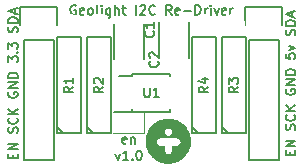
<source format=gto>
G04 #@! TF.FileFunction,Legend,Top*
%FSLAX46Y46*%
G04 Gerber Fmt 4.6, Leading zero omitted, Abs format (unit mm)*
G04 Created by KiCad (PCBNEW 4.0.2-stable) date Monday, April 10, 2017 'pmt' 04:49:55 pm*
%MOMM*%
G01*
G04 APERTURE LIST*
%ADD10C,0.100000*%
%ADD11C,0.152400*%
%ADD12C,0.150000*%
%ADD13C,0.010000*%
%ADD14R,1.700000X1.700000*%
%ADD15C,1.700000*%
%ADD16R,1.365200X1.670000*%
%ADD17R,2.432000X2.127200*%
%ADD18O,2.432000X2.127200*%
%ADD19C,1.924000*%
%ADD20R,1.500000X0.800000*%
G04 APERTURE END LIST*
D10*
D11*
X146177143Y-111207571D02*
X146367619Y-111740905D01*
X146558095Y-111207571D01*
X147281905Y-111740905D02*
X146824762Y-111740905D01*
X147053333Y-111740905D02*
X147053333Y-110940905D01*
X146977143Y-111055190D01*
X146900952Y-111131381D01*
X146824762Y-111169476D01*
X147624762Y-111664714D02*
X147662857Y-111702810D01*
X147624762Y-111740905D01*
X147586667Y-111702810D01*
X147624762Y-111664714D01*
X147624762Y-111740905D01*
X148158095Y-110940905D02*
X148234286Y-110940905D01*
X148310476Y-110979000D01*
X148348571Y-111017095D01*
X148386667Y-111093286D01*
X148424762Y-111245667D01*
X148424762Y-111436143D01*
X148386667Y-111588524D01*
X148348571Y-111664714D01*
X148310476Y-111702810D01*
X148234286Y-111740905D01*
X148158095Y-111740905D01*
X148081905Y-111702810D01*
X148043809Y-111664714D01*
X148005714Y-111588524D01*
X147967619Y-111436143D01*
X147967619Y-111245667D01*
X148005714Y-111093286D01*
X148043809Y-111017095D01*
X148081905Y-110979000D01*
X148158095Y-110940905D01*
X142825000Y-98660000D02*
X142748809Y-98621905D01*
X142634524Y-98621905D01*
X142520238Y-98660000D01*
X142444047Y-98736190D01*
X142405952Y-98812381D01*
X142367857Y-98964762D01*
X142367857Y-99079048D01*
X142405952Y-99231429D01*
X142444047Y-99307619D01*
X142520238Y-99383810D01*
X142634524Y-99421905D01*
X142710714Y-99421905D01*
X142825000Y-99383810D01*
X142863095Y-99345714D01*
X142863095Y-99079048D01*
X142710714Y-99079048D01*
X143510714Y-99383810D02*
X143434524Y-99421905D01*
X143282143Y-99421905D01*
X143205952Y-99383810D01*
X143167857Y-99307619D01*
X143167857Y-99002857D01*
X143205952Y-98926667D01*
X143282143Y-98888571D01*
X143434524Y-98888571D01*
X143510714Y-98926667D01*
X143548809Y-99002857D01*
X143548809Y-99079048D01*
X143167857Y-99155238D01*
X144005952Y-99421905D02*
X143929761Y-99383810D01*
X143891666Y-99345714D01*
X143853571Y-99269524D01*
X143853571Y-99040952D01*
X143891666Y-98964762D01*
X143929761Y-98926667D01*
X144005952Y-98888571D01*
X144120238Y-98888571D01*
X144196428Y-98926667D01*
X144234523Y-98964762D01*
X144272619Y-99040952D01*
X144272619Y-99269524D01*
X144234523Y-99345714D01*
X144196428Y-99383810D01*
X144120238Y-99421905D01*
X144005952Y-99421905D01*
X144729762Y-99421905D02*
X144653571Y-99383810D01*
X144615476Y-99307619D01*
X144615476Y-98621905D01*
X145034524Y-99421905D02*
X145034524Y-98888571D01*
X145034524Y-98621905D02*
X144996429Y-98660000D01*
X145034524Y-98698095D01*
X145072619Y-98660000D01*
X145034524Y-98621905D01*
X145034524Y-98698095D01*
X145758333Y-98888571D02*
X145758333Y-99536190D01*
X145720238Y-99612381D01*
X145682143Y-99650476D01*
X145605952Y-99688571D01*
X145491667Y-99688571D01*
X145415476Y-99650476D01*
X145758333Y-99383810D02*
X145682143Y-99421905D01*
X145529762Y-99421905D01*
X145453571Y-99383810D01*
X145415476Y-99345714D01*
X145377381Y-99269524D01*
X145377381Y-99040952D01*
X145415476Y-98964762D01*
X145453571Y-98926667D01*
X145529762Y-98888571D01*
X145682143Y-98888571D01*
X145758333Y-98926667D01*
X146139286Y-99421905D02*
X146139286Y-98621905D01*
X146482143Y-99421905D02*
X146482143Y-99002857D01*
X146444048Y-98926667D01*
X146367858Y-98888571D01*
X146253572Y-98888571D01*
X146177381Y-98926667D01*
X146139286Y-98964762D01*
X146748810Y-98888571D02*
X147053572Y-98888571D01*
X146863096Y-98621905D02*
X146863096Y-99307619D01*
X146901191Y-99383810D01*
X146977382Y-99421905D01*
X147053572Y-99421905D01*
X147929763Y-99421905D02*
X147929763Y-98621905D01*
X148272620Y-98698095D02*
X148310715Y-98660000D01*
X148386906Y-98621905D01*
X148577382Y-98621905D01*
X148653572Y-98660000D01*
X148691668Y-98698095D01*
X148729763Y-98774286D01*
X148729763Y-98850476D01*
X148691668Y-98964762D01*
X148234525Y-99421905D01*
X148729763Y-99421905D01*
X149529763Y-99345714D02*
X149491668Y-99383810D01*
X149377382Y-99421905D01*
X149301192Y-99421905D01*
X149186906Y-99383810D01*
X149110715Y-99307619D01*
X149072620Y-99231429D01*
X149034525Y-99079048D01*
X149034525Y-98964762D01*
X149072620Y-98812381D01*
X149110715Y-98736190D01*
X149186906Y-98660000D01*
X149301192Y-98621905D01*
X149377382Y-98621905D01*
X149491668Y-98660000D01*
X149529763Y-98698095D01*
X150939287Y-99421905D02*
X150672620Y-99040952D01*
X150482144Y-99421905D02*
X150482144Y-98621905D01*
X150786906Y-98621905D01*
X150863097Y-98660000D01*
X150901192Y-98698095D01*
X150939287Y-98774286D01*
X150939287Y-98888571D01*
X150901192Y-98964762D01*
X150863097Y-99002857D01*
X150786906Y-99040952D01*
X150482144Y-99040952D01*
X151586906Y-99383810D02*
X151510716Y-99421905D01*
X151358335Y-99421905D01*
X151282144Y-99383810D01*
X151244049Y-99307619D01*
X151244049Y-99002857D01*
X151282144Y-98926667D01*
X151358335Y-98888571D01*
X151510716Y-98888571D01*
X151586906Y-98926667D01*
X151625001Y-99002857D01*
X151625001Y-99079048D01*
X151244049Y-99155238D01*
X151967858Y-99117143D02*
X152577382Y-99117143D01*
X152958334Y-99421905D02*
X152958334Y-98621905D01*
X153148810Y-98621905D01*
X153263096Y-98660000D01*
X153339287Y-98736190D01*
X153377382Y-98812381D01*
X153415477Y-98964762D01*
X153415477Y-99079048D01*
X153377382Y-99231429D01*
X153339287Y-99307619D01*
X153263096Y-99383810D01*
X153148810Y-99421905D01*
X152958334Y-99421905D01*
X153758334Y-99421905D02*
X153758334Y-98888571D01*
X153758334Y-99040952D02*
X153796429Y-98964762D01*
X153834525Y-98926667D01*
X153910715Y-98888571D01*
X153986906Y-98888571D01*
X154253572Y-99421905D02*
X154253572Y-98888571D01*
X154253572Y-98621905D02*
X154215477Y-98660000D01*
X154253572Y-98698095D01*
X154291667Y-98660000D01*
X154253572Y-98621905D01*
X154253572Y-98698095D01*
X154558334Y-98888571D02*
X154748810Y-99421905D01*
X154939286Y-98888571D01*
X155548810Y-99383810D02*
X155472620Y-99421905D01*
X155320239Y-99421905D01*
X155244048Y-99383810D01*
X155205953Y-99307619D01*
X155205953Y-99002857D01*
X155244048Y-98926667D01*
X155320239Y-98888571D01*
X155472620Y-98888571D01*
X155548810Y-98926667D01*
X155586905Y-99002857D01*
X155586905Y-99079048D01*
X155205953Y-99155238D01*
X155929762Y-99421905D02*
X155929762Y-98888571D01*
X155929762Y-99040952D02*
X155967857Y-98964762D01*
X156005953Y-98926667D01*
X156082143Y-98888571D01*
X156158334Y-98888571D01*
X160978857Y-111302048D02*
X160978857Y-111035381D01*
X161397905Y-110921095D02*
X161397905Y-111302048D01*
X160597905Y-111302048D01*
X160597905Y-110921095D01*
X161397905Y-110578238D02*
X160597905Y-110578238D01*
X161397905Y-110121095D01*
X160597905Y-110121095D01*
X161359810Y-109168714D02*
X161397905Y-109054428D01*
X161397905Y-108863952D01*
X161359810Y-108787762D01*
X161321714Y-108749666D01*
X161245524Y-108711571D01*
X161169333Y-108711571D01*
X161093143Y-108749666D01*
X161055048Y-108787762D01*
X161016952Y-108863952D01*
X160978857Y-109016333D01*
X160940762Y-109092524D01*
X160902667Y-109130619D01*
X160826476Y-109168714D01*
X160750286Y-109168714D01*
X160674095Y-109130619D01*
X160636000Y-109092524D01*
X160597905Y-109016333D01*
X160597905Y-108825857D01*
X160636000Y-108711571D01*
X161321714Y-107911571D02*
X161359810Y-107949666D01*
X161397905Y-108063952D01*
X161397905Y-108140142D01*
X161359810Y-108254428D01*
X161283619Y-108330619D01*
X161207429Y-108368714D01*
X161055048Y-108406809D01*
X160940762Y-108406809D01*
X160788381Y-108368714D01*
X160712190Y-108330619D01*
X160636000Y-108254428D01*
X160597905Y-108140142D01*
X160597905Y-108063952D01*
X160636000Y-107949666D01*
X160674095Y-107911571D01*
X161397905Y-107568714D02*
X160597905Y-107568714D01*
X161397905Y-107111571D02*
X160940762Y-107454428D01*
X160597905Y-107111571D02*
X161055048Y-107568714D01*
X160636000Y-105740142D02*
X160597905Y-105816333D01*
X160597905Y-105930618D01*
X160636000Y-106044904D01*
X160712190Y-106121095D01*
X160788381Y-106159190D01*
X160940762Y-106197285D01*
X161055048Y-106197285D01*
X161207429Y-106159190D01*
X161283619Y-106121095D01*
X161359810Y-106044904D01*
X161397905Y-105930618D01*
X161397905Y-105854428D01*
X161359810Y-105740142D01*
X161321714Y-105702047D01*
X161055048Y-105702047D01*
X161055048Y-105854428D01*
X161397905Y-105359190D02*
X160597905Y-105359190D01*
X161397905Y-104902047D01*
X160597905Y-104902047D01*
X161397905Y-104521095D02*
X160597905Y-104521095D01*
X160597905Y-104330619D01*
X160636000Y-104216333D01*
X160712190Y-104140142D01*
X160788381Y-104102047D01*
X160940762Y-104063952D01*
X161055048Y-104063952D01*
X161207429Y-104102047D01*
X161283619Y-104140142D01*
X161359810Y-104216333D01*
X161397905Y-104330619D01*
X161397905Y-104521095D01*
X160597905Y-102730618D02*
X160597905Y-103111571D01*
X160978857Y-103149666D01*
X160940762Y-103111571D01*
X160902667Y-103035380D01*
X160902667Y-102844904D01*
X160940762Y-102768714D01*
X160978857Y-102730618D01*
X161055048Y-102692523D01*
X161245524Y-102692523D01*
X161321714Y-102730618D01*
X161359810Y-102768714D01*
X161397905Y-102844904D01*
X161397905Y-103035380D01*
X161359810Y-103111571D01*
X161321714Y-103149666D01*
X160864571Y-102425856D02*
X161397905Y-102235380D01*
X160864571Y-102044904D01*
X161359810Y-101168713D02*
X161397905Y-101054427D01*
X161397905Y-100863951D01*
X161359810Y-100787761D01*
X161321714Y-100749665D01*
X161245524Y-100711570D01*
X161169333Y-100711570D01*
X161093143Y-100749665D01*
X161055048Y-100787761D01*
X161016952Y-100863951D01*
X160978857Y-101016332D01*
X160940762Y-101092523D01*
X160902667Y-101130618D01*
X160826476Y-101168713D01*
X160750286Y-101168713D01*
X160674095Y-101130618D01*
X160636000Y-101092523D01*
X160597905Y-101016332D01*
X160597905Y-100825856D01*
X160636000Y-100711570D01*
X161397905Y-100368713D02*
X160597905Y-100368713D01*
X160597905Y-100178237D01*
X160636000Y-100063951D01*
X160712190Y-99987760D01*
X160788381Y-99949665D01*
X160940762Y-99911570D01*
X161055048Y-99911570D01*
X161207429Y-99949665D01*
X161283619Y-99987760D01*
X161359810Y-100063951D01*
X161397905Y-100178237D01*
X161397905Y-100368713D01*
X161169333Y-99606808D02*
X161169333Y-99225856D01*
X161397905Y-99682999D02*
X160597905Y-99416332D01*
X161397905Y-99149665D01*
X137483857Y-111568715D02*
X137483857Y-111302048D01*
X137902905Y-111187762D02*
X137902905Y-111568715D01*
X137102905Y-111568715D01*
X137102905Y-111187762D01*
X137902905Y-110844905D02*
X137102905Y-110844905D01*
X137902905Y-110387762D01*
X137102905Y-110387762D01*
X137864810Y-109435381D02*
X137902905Y-109321095D01*
X137902905Y-109130619D01*
X137864810Y-109054429D01*
X137826714Y-109016333D01*
X137750524Y-108978238D01*
X137674333Y-108978238D01*
X137598143Y-109016333D01*
X137560048Y-109054429D01*
X137521952Y-109130619D01*
X137483857Y-109283000D01*
X137445762Y-109359191D01*
X137407667Y-109397286D01*
X137331476Y-109435381D01*
X137255286Y-109435381D01*
X137179095Y-109397286D01*
X137141000Y-109359191D01*
X137102905Y-109283000D01*
X137102905Y-109092524D01*
X137141000Y-108978238D01*
X137826714Y-108178238D02*
X137864810Y-108216333D01*
X137902905Y-108330619D01*
X137902905Y-108406809D01*
X137864810Y-108521095D01*
X137788619Y-108597286D01*
X137712429Y-108635381D01*
X137560048Y-108673476D01*
X137445762Y-108673476D01*
X137293381Y-108635381D01*
X137217190Y-108597286D01*
X137141000Y-108521095D01*
X137102905Y-108406809D01*
X137102905Y-108330619D01*
X137141000Y-108216333D01*
X137179095Y-108178238D01*
X137902905Y-107835381D02*
X137102905Y-107835381D01*
X137902905Y-107378238D02*
X137445762Y-107721095D01*
X137102905Y-107378238D02*
X137560048Y-107835381D01*
X137141000Y-106006809D02*
X137102905Y-106083000D01*
X137102905Y-106197285D01*
X137141000Y-106311571D01*
X137217190Y-106387762D01*
X137293381Y-106425857D01*
X137445762Y-106463952D01*
X137560048Y-106463952D01*
X137712429Y-106425857D01*
X137788619Y-106387762D01*
X137864810Y-106311571D01*
X137902905Y-106197285D01*
X137902905Y-106121095D01*
X137864810Y-106006809D01*
X137826714Y-105968714D01*
X137560048Y-105968714D01*
X137560048Y-106121095D01*
X137902905Y-105625857D02*
X137102905Y-105625857D01*
X137902905Y-105168714D01*
X137102905Y-105168714D01*
X137902905Y-104787762D02*
X137102905Y-104787762D01*
X137102905Y-104597286D01*
X137141000Y-104483000D01*
X137217190Y-104406809D01*
X137293381Y-104368714D01*
X137445762Y-104330619D01*
X137560048Y-104330619D01*
X137712429Y-104368714D01*
X137788619Y-104406809D01*
X137864810Y-104483000D01*
X137902905Y-104597286D01*
X137902905Y-104787762D01*
X137102905Y-103454428D02*
X137102905Y-102959190D01*
X137407667Y-103225857D01*
X137407667Y-103111571D01*
X137445762Y-103035381D01*
X137483857Y-102997285D01*
X137560048Y-102959190D01*
X137750524Y-102959190D01*
X137826714Y-102997285D01*
X137864810Y-103035381D01*
X137902905Y-103111571D01*
X137902905Y-103340143D01*
X137864810Y-103416333D01*
X137826714Y-103454428D01*
X137826714Y-102616333D02*
X137864810Y-102578238D01*
X137902905Y-102616333D01*
X137864810Y-102654428D01*
X137826714Y-102616333D01*
X137902905Y-102616333D01*
X137102905Y-102311571D02*
X137102905Y-101816333D01*
X137407667Y-102083000D01*
X137407667Y-101968714D01*
X137445762Y-101892524D01*
X137483857Y-101854428D01*
X137560048Y-101816333D01*
X137750524Y-101816333D01*
X137826714Y-101854428D01*
X137864810Y-101892524D01*
X137902905Y-101968714D01*
X137902905Y-102197286D01*
X137864810Y-102273476D01*
X137826714Y-102311571D01*
X137864810Y-100902047D02*
X137902905Y-100787761D01*
X137902905Y-100597285D01*
X137864810Y-100521095D01*
X137826714Y-100482999D01*
X137750524Y-100444904D01*
X137674333Y-100444904D01*
X137598143Y-100482999D01*
X137560048Y-100521095D01*
X137521952Y-100597285D01*
X137483857Y-100749666D01*
X137445762Y-100825857D01*
X137407667Y-100863952D01*
X137331476Y-100902047D01*
X137255286Y-100902047D01*
X137179095Y-100863952D01*
X137141000Y-100825857D01*
X137102905Y-100749666D01*
X137102905Y-100559190D01*
X137141000Y-100444904D01*
X137902905Y-100102047D02*
X137102905Y-100102047D01*
X137102905Y-99911571D01*
X137141000Y-99797285D01*
X137217190Y-99721094D01*
X137293381Y-99682999D01*
X137445762Y-99644904D01*
X137560048Y-99644904D01*
X137712429Y-99682999D01*
X137788619Y-99721094D01*
X137864810Y-99797285D01*
X137902905Y-99911571D01*
X137902905Y-100102047D01*
X137674333Y-99340142D02*
X137674333Y-98959190D01*
X137902905Y-99416333D02*
X137102905Y-99149666D01*
X137902905Y-98882999D01*
D12*
X146070000Y-103207000D02*
X146070000Y-100207000D01*
X148570000Y-100207000D02*
X148570000Y-103207000D01*
X149880000Y-103080000D02*
X149880000Y-100080000D01*
X152380000Y-100080000D02*
X152380000Y-103080000D01*
X146050000Y-109474000D02*
X148590000Y-109474000D01*
X148590000Y-107696000D02*
X146050000Y-107696000D01*
X148590000Y-107696000D02*
X148590000Y-109474000D01*
X146050000Y-109474000D02*
X146050000Y-107696000D01*
X138150000Y-100330000D02*
X138150000Y-98780000D01*
X138150000Y-98780000D02*
X141250000Y-98780000D01*
X141250000Y-98780000D02*
X141250000Y-100330000D01*
X140970000Y-101600000D02*
X140970000Y-111760000D01*
X140970000Y-111760000D02*
X138430000Y-111760000D01*
X138430000Y-111760000D02*
X138430000Y-101600000D01*
X140970000Y-101600000D02*
X138430000Y-101600000D01*
X142240000Y-110490000D02*
X142240000Y-109474000D01*
X142240000Y-109474000D02*
X141224000Y-109474000D01*
X141224000Y-109474000D02*
X141224000Y-101346000D01*
X141224000Y-101346000D02*
X143256000Y-101346000D01*
X143256000Y-101346000D02*
X143256000Y-109474000D01*
X143256000Y-109474000D02*
X142240000Y-109474000D01*
X141732000Y-109474000D02*
X141224000Y-108966000D01*
X142240000Y-100330000D02*
X142240000Y-101346000D01*
X144780000Y-110490000D02*
X144780000Y-109474000D01*
X144780000Y-109474000D02*
X143764000Y-109474000D01*
X143764000Y-109474000D02*
X143764000Y-101346000D01*
X143764000Y-101346000D02*
X145796000Y-101346000D01*
X145796000Y-101346000D02*
X145796000Y-109474000D01*
X145796000Y-109474000D02*
X144780000Y-109474000D01*
X144272000Y-109474000D02*
X143764000Y-108966000D01*
X144780000Y-100330000D02*
X144780000Y-101346000D01*
X156210000Y-110490000D02*
X156210000Y-109474000D01*
X156210000Y-109474000D02*
X155194000Y-109474000D01*
X155194000Y-109474000D02*
X155194000Y-101346000D01*
X155194000Y-101346000D02*
X157226000Y-101346000D01*
X157226000Y-101346000D02*
X157226000Y-109474000D01*
X157226000Y-109474000D02*
X156210000Y-109474000D01*
X155702000Y-109474000D02*
X155194000Y-108966000D01*
X156210000Y-100330000D02*
X156210000Y-101346000D01*
X153670000Y-110490000D02*
X153670000Y-109474000D01*
X153670000Y-109474000D02*
X152654000Y-109474000D01*
X152654000Y-109474000D02*
X152654000Y-101346000D01*
X152654000Y-101346000D02*
X154686000Y-101346000D01*
X154686000Y-101346000D02*
X154686000Y-109474000D01*
X154686000Y-109474000D02*
X153670000Y-109474000D01*
X153162000Y-109474000D02*
X152654000Y-108966000D01*
X153670000Y-100330000D02*
X153670000Y-101346000D01*
X147600000Y-104420000D02*
X147600000Y-104645000D01*
X150850000Y-104420000D02*
X150850000Y-104645000D01*
X150850000Y-107670000D02*
X150850000Y-107445000D01*
X147600000Y-107670000D02*
X147600000Y-107445000D01*
X147600000Y-104420000D02*
X150850000Y-104420000D01*
X147600000Y-107670000D02*
X150850000Y-107670000D01*
X147600000Y-104645000D02*
X146525000Y-104645000D01*
X157480000Y-101600000D02*
X157480000Y-111760000D01*
X157480000Y-111760000D02*
X160020000Y-111760000D01*
X160020000Y-111760000D02*
X160020000Y-101600000D01*
X157200000Y-98780000D02*
X157200000Y-100330000D01*
X157480000Y-101600000D02*
X160020000Y-101600000D01*
X160300000Y-100330000D02*
X160300000Y-98780000D01*
X160300000Y-98780000D02*
X157200000Y-98780000D01*
D13*
G36*
X150653768Y-108234699D02*
X150695178Y-108235307D01*
X150734288Y-108236406D01*
X150769734Y-108237997D01*
X150800152Y-108240081D01*
X150814314Y-108241444D01*
X150932469Y-108257937D01*
X151048117Y-108281187D01*
X151161121Y-108311135D01*
X151271345Y-108347720D01*
X151378651Y-108390885D01*
X151482904Y-108440570D01*
X151583966Y-108496717D01*
X151681701Y-108559266D01*
X151775972Y-108628158D01*
X151849521Y-108688417D01*
X151873098Y-108709393D01*
X151899731Y-108734227D01*
X151928218Y-108761710D01*
X151957360Y-108790633D01*
X151985954Y-108819787D01*
X152012801Y-108847960D01*
X152036700Y-108873945D01*
X152056451Y-108896531D01*
X152058415Y-108898871D01*
X152131970Y-108992357D01*
X152198823Y-109088589D01*
X152259016Y-109187637D01*
X152312592Y-109289569D01*
X152350360Y-109372400D01*
X152392582Y-109480553D01*
X152427848Y-109590373D01*
X152456179Y-109701544D01*
X152477598Y-109813748D01*
X152492127Y-109926669D01*
X152499786Y-110039990D01*
X152500599Y-110153396D01*
X152494587Y-110266569D01*
X152481773Y-110379194D01*
X152462177Y-110490952D01*
X152435823Y-110601529D01*
X152402731Y-110710608D01*
X152362925Y-110817871D01*
X152316425Y-110923003D01*
X152263254Y-111025686D01*
X152231994Y-111079643D01*
X152177876Y-111164264D01*
X152119413Y-111245234D01*
X152055770Y-111323615D01*
X151986109Y-111400469D01*
X151950208Y-111437208D01*
X151907381Y-111479110D01*
X151866970Y-111516593D01*
X151827230Y-111551180D01*
X151786412Y-111584396D01*
X151745244Y-111615921D01*
X151649279Y-111683055D01*
X151550126Y-111743691D01*
X151447931Y-111797773D01*
X151342843Y-111845249D01*
X151235009Y-111886064D01*
X151124575Y-111920165D01*
X151011688Y-111947498D01*
X150896497Y-111968009D01*
X150779148Y-111981643D01*
X150736362Y-111984861D01*
X150711317Y-111986125D01*
X150681645Y-111987061D01*
X150649286Y-111987655D01*
X150616182Y-111987896D01*
X150584274Y-111987770D01*
X150555503Y-111987264D01*
X150531810Y-111986365D01*
X150529471Y-111986235D01*
X150410150Y-111975792D01*
X150293152Y-111958537D01*
X150178613Y-111934523D01*
X150066666Y-111903804D01*
X149957446Y-111866437D01*
X149851087Y-111822474D01*
X149747722Y-111771971D01*
X149647487Y-111714982D01*
X149550515Y-111651562D01*
X149456940Y-111581766D01*
X149383151Y-111520087D01*
X149359200Y-111498341D01*
X149332129Y-111472572D01*
X149303245Y-111444119D01*
X149273858Y-111414319D01*
X149245278Y-111384510D01*
X149218812Y-111356031D01*
X149195771Y-111330218D01*
X149184728Y-111317280D01*
X149111865Y-111224498D01*
X149045371Y-111128284D01*
X148985313Y-111028812D01*
X148931763Y-110926254D01*
X148884790Y-110820784D01*
X148844463Y-110712573D01*
X148810852Y-110601797D01*
X148784026Y-110488627D01*
X148764056Y-110373237D01*
X148751010Y-110255800D01*
X148749383Y-110234186D01*
X148747883Y-110205064D01*
X148746983Y-110170633D01*
X148746983Y-110170588D01*
X149586312Y-110170588D01*
X149587924Y-110215052D01*
X149594341Y-110257416D01*
X149597504Y-110270471D01*
X149604314Y-110291119D01*
X149614226Y-110315105D01*
X149626043Y-110339919D01*
X149638568Y-110363052D01*
X149650604Y-110381996D01*
X149650905Y-110382418D01*
X149676415Y-110413360D01*
X149706860Y-110442584D01*
X149740484Y-110468701D01*
X149775529Y-110490320D01*
X149804248Y-110503776D01*
X149816571Y-110508671D01*
X149827345Y-110512846D01*
X149837246Y-110516362D01*
X149846949Y-110519281D01*
X149857127Y-110521662D01*
X149868456Y-110523567D01*
X149881611Y-110525057D01*
X149897266Y-110526191D01*
X149916096Y-110527032D01*
X149938775Y-110527640D01*
X149965979Y-110528075D01*
X149998381Y-110528398D01*
X150036658Y-110528671D01*
X150081483Y-110528953D01*
X150083899Y-110528969D01*
X150291469Y-110530296D01*
X150292651Y-110737841D01*
X150292919Y-110784540D01*
X150293206Y-110824655D01*
X150293589Y-110858856D01*
X150294146Y-110887818D01*
X150294956Y-110912211D01*
X150296099Y-110932708D01*
X150297651Y-110949980D01*
X150299692Y-110964701D01*
X150302300Y-110977541D01*
X150305554Y-110989174D01*
X150309532Y-111000272D01*
X150314312Y-111011505D01*
X150319974Y-111023548D01*
X150326595Y-111037071D01*
X150327902Y-111039729D01*
X150353424Y-111083599D01*
X150384554Y-111122931D01*
X150421002Y-111157420D01*
X150462481Y-111186758D01*
X150471412Y-111192013D01*
X150494252Y-111203409D01*
X150521297Y-111214377D01*
X150549706Y-111223927D01*
X150576640Y-111231067D01*
X150591157Y-111233818D01*
X150611975Y-111235717D01*
X150637276Y-111236130D01*
X150664560Y-111235183D01*
X150691326Y-111233001D01*
X150715074Y-111229710D01*
X150728107Y-111226933D01*
X150776808Y-111210974D01*
X150821052Y-111189406D01*
X150861256Y-111161999D01*
X150888773Y-111137700D01*
X150922303Y-111100404D01*
X150949699Y-111059923D01*
X150971481Y-111015400D01*
X150983810Y-110980903D01*
X150993697Y-110949014D01*
X150995627Y-110740371D01*
X150997557Y-110531729D01*
X151206200Y-110529781D01*
X151250436Y-110529360D01*
X151288047Y-110528973D01*
X151319664Y-110528592D01*
X151345921Y-110528190D01*
X151367448Y-110527739D01*
X151384878Y-110527212D01*
X151398843Y-110526583D01*
X151409974Y-110525823D01*
X151418904Y-110524906D01*
X151426263Y-110523804D01*
X151432685Y-110522490D01*
X151438801Y-110520937D01*
X151443763Y-110519543D01*
X151491271Y-110502290D01*
X151535544Y-110478923D01*
X151575976Y-110449957D01*
X151611959Y-110415906D01*
X151642889Y-110377285D01*
X151668158Y-110334609D01*
X151672671Y-110325217D01*
X151682841Y-110301943D01*
X151690380Y-110281126D01*
X151695651Y-110260914D01*
X151699016Y-110239454D01*
X151700839Y-110214893D01*
X151701481Y-110185378D01*
X151701500Y-110177943D01*
X151701388Y-110153640D01*
X151700958Y-110135018D01*
X151700068Y-110120503D01*
X151698576Y-110108521D01*
X151696341Y-110097498D01*
X151693221Y-110085859D01*
X151693202Y-110085795D01*
X151677188Y-110040465D01*
X151656388Y-109999555D01*
X151629906Y-109961512D01*
X151605536Y-109933671D01*
X151569044Y-109900413D01*
X151528500Y-109872695D01*
X151484788Y-109851009D01*
X151438793Y-109835851D01*
X151424977Y-109832711D01*
X151420924Y-109831922D01*
X151416605Y-109831197D01*
X151411715Y-109830534D01*
X151405952Y-109829930D01*
X151399013Y-109829383D01*
X151390596Y-109828890D01*
X151380397Y-109828451D01*
X151368113Y-109828061D01*
X151353442Y-109827719D01*
X151336080Y-109827423D01*
X151315726Y-109827171D01*
X151292075Y-109826959D01*
X151264825Y-109826787D01*
X151233673Y-109826652D01*
X151198316Y-109826550D01*
X151158452Y-109826481D01*
X151113777Y-109826443D01*
X151063988Y-109826431D01*
X151008784Y-109826445D01*
X150947859Y-109826483D01*
X150880913Y-109826541D01*
X150807642Y-109826618D01*
X150727742Y-109826712D01*
X150640912Y-109826819D01*
X150633912Y-109826828D01*
X149876329Y-109827786D01*
X149847408Y-109836209D01*
X149801029Y-109853238D01*
X149757070Y-109876320D01*
X149716564Y-109904736D01*
X149680542Y-109937765D01*
X149650905Y-109973467D01*
X149638899Y-109992266D01*
X149626372Y-110015320D01*
X149614521Y-110040122D01*
X149604543Y-110064162D01*
X149597634Y-110084931D01*
X149597504Y-110085414D01*
X149589505Y-110126538D01*
X149586312Y-110170588D01*
X148746983Y-110170588D01*
X148746656Y-110132479D01*
X148746875Y-110092193D01*
X148747610Y-110051362D01*
X148748836Y-110011576D01*
X148750523Y-109974424D01*
X148752645Y-109941494D01*
X148754913Y-109916686D01*
X148771393Y-109799256D01*
X148794631Y-109684220D01*
X148824497Y-109571787D01*
X148860864Y-109462171D01*
X148903603Y-109355583D01*
X148913690Y-109334300D01*
X150293901Y-109334300D01*
X150293952Y-109359506D01*
X150294448Y-109379005D01*
X150295506Y-109394342D01*
X150297243Y-109407059D01*
X150299775Y-109418700D01*
X150300482Y-109421386D01*
X150317131Y-109469755D01*
X150339774Y-109514689D01*
X150367944Y-109555674D01*
X150401174Y-109592195D01*
X150438997Y-109623737D01*
X150480944Y-109649786D01*
X150525843Y-109669574D01*
X150546938Y-109676597D01*
X150566255Y-109681586D01*
X150585725Y-109684801D01*
X150607274Y-109686503D01*
X150632832Y-109686950D01*
X150652843Y-109686683D01*
X150676427Y-109686032D01*
X150694577Y-109685080D01*
X150709115Y-109683607D01*
X150721864Y-109681394D01*
X150734646Y-109678221D01*
X150742819Y-109675847D01*
X150790578Y-109657817D01*
X150834519Y-109633797D01*
X150874230Y-109604201D01*
X150909301Y-109569447D01*
X150939323Y-109529949D01*
X150963885Y-109486124D01*
X150982578Y-109438388D01*
X150985055Y-109430213D01*
X150990303Y-109405968D01*
X150993727Y-109376935D01*
X150995271Y-109345364D01*
X150994878Y-109313507D01*
X150992494Y-109283612D01*
X150989237Y-109263217D01*
X150975852Y-109215870D01*
X150956148Y-109171502D01*
X150930623Y-109130607D01*
X150899777Y-109093674D01*
X150864108Y-109061196D01*
X150824114Y-109033664D01*
X150780294Y-109011570D01*
X150733147Y-108995406D01*
X150712731Y-108990556D01*
X150682189Y-108986243D01*
X150647776Y-108984740D01*
X150612277Y-108985975D01*
X150578479Y-108989872D01*
X150554871Y-108994770D01*
X150515142Y-109008191D01*
X150475193Y-109027343D01*
X150437133Y-109051082D01*
X150406337Y-109075334D01*
X150379409Y-109102974D01*
X150354335Y-109136115D01*
X150332180Y-109173041D01*
X150314005Y-109212041D01*
X150304061Y-109240181D01*
X150300357Y-109252927D01*
X150297699Y-109264109D01*
X150295908Y-109275387D01*
X150294805Y-109288425D01*
X150294210Y-109304885D01*
X150293944Y-109326431D01*
X150293901Y-109334300D01*
X148913690Y-109334300D01*
X148952585Y-109252235D01*
X149007681Y-109152339D01*
X149068762Y-109056107D01*
X149135700Y-108963750D01*
X149208366Y-108875481D01*
X149286631Y-108791511D01*
X149370367Y-108712053D01*
X149459444Y-108637317D01*
X149553733Y-108567516D01*
X149589671Y-108543145D01*
X149624923Y-108520123D01*
X149656473Y-108500298D01*
X149686392Y-108482472D01*
X149716752Y-108465443D01*
X149749622Y-108448011D01*
X149783800Y-108430617D01*
X149885220Y-108383412D01*
X149988453Y-108342704D01*
X150094024Y-108308339D01*
X150202461Y-108280165D01*
X150314289Y-108258026D01*
X150430036Y-108241771D01*
X150433314Y-108241402D01*
X150459907Y-108239053D01*
X150492376Y-108237196D01*
X150529360Y-108235833D01*
X150569496Y-108234962D01*
X150611419Y-108234585D01*
X150653768Y-108234699D01*
X150653768Y-108234699D01*
G37*
X150653768Y-108234699D02*
X150695178Y-108235307D01*
X150734288Y-108236406D01*
X150769734Y-108237997D01*
X150800152Y-108240081D01*
X150814314Y-108241444D01*
X150932469Y-108257937D01*
X151048117Y-108281187D01*
X151161121Y-108311135D01*
X151271345Y-108347720D01*
X151378651Y-108390885D01*
X151482904Y-108440570D01*
X151583966Y-108496717D01*
X151681701Y-108559266D01*
X151775972Y-108628158D01*
X151849521Y-108688417D01*
X151873098Y-108709393D01*
X151899731Y-108734227D01*
X151928218Y-108761710D01*
X151957360Y-108790633D01*
X151985954Y-108819787D01*
X152012801Y-108847960D01*
X152036700Y-108873945D01*
X152056451Y-108896531D01*
X152058415Y-108898871D01*
X152131970Y-108992357D01*
X152198823Y-109088589D01*
X152259016Y-109187637D01*
X152312592Y-109289569D01*
X152350360Y-109372400D01*
X152392582Y-109480553D01*
X152427848Y-109590373D01*
X152456179Y-109701544D01*
X152477598Y-109813748D01*
X152492127Y-109926669D01*
X152499786Y-110039990D01*
X152500599Y-110153396D01*
X152494587Y-110266569D01*
X152481773Y-110379194D01*
X152462177Y-110490952D01*
X152435823Y-110601529D01*
X152402731Y-110710608D01*
X152362925Y-110817871D01*
X152316425Y-110923003D01*
X152263254Y-111025686D01*
X152231994Y-111079643D01*
X152177876Y-111164264D01*
X152119413Y-111245234D01*
X152055770Y-111323615D01*
X151986109Y-111400469D01*
X151950208Y-111437208D01*
X151907381Y-111479110D01*
X151866970Y-111516593D01*
X151827230Y-111551180D01*
X151786412Y-111584396D01*
X151745244Y-111615921D01*
X151649279Y-111683055D01*
X151550126Y-111743691D01*
X151447931Y-111797773D01*
X151342843Y-111845249D01*
X151235009Y-111886064D01*
X151124575Y-111920165D01*
X151011688Y-111947498D01*
X150896497Y-111968009D01*
X150779148Y-111981643D01*
X150736362Y-111984861D01*
X150711317Y-111986125D01*
X150681645Y-111987061D01*
X150649286Y-111987655D01*
X150616182Y-111987896D01*
X150584274Y-111987770D01*
X150555503Y-111987264D01*
X150531810Y-111986365D01*
X150529471Y-111986235D01*
X150410150Y-111975792D01*
X150293152Y-111958537D01*
X150178613Y-111934523D01*
X150066666Y-111903804D01*
X149957446Y-111866437D01*
X149851087Y-111822474D01*
X149747722Y-111771971D01*
X149647487Y-111714982D01*
X149550515Y-111651562D01*
X149456940Y-111581766D01*
X149383151Y-111520087D01*
X149359200Y-111498341D01*
X149332129Y-111472572D01*
X149303245Y-111444119D01*
X149273858Y-111414319D01*
X149245278Y-111384510D01*
X149218812Y-111356031D01*
X149195771Y-111330218D01*
X149184728Y-111317280D01*
X149111865Y-111224498D01*
X149045371Y-111128284D01*
X148985313Y-111028812D01*
X148931763Y-110926254D01*
X148884790Y-110820784D01*
X148844463Y-110712573D01*
X148810852Y-110601797D01*
X148784026Y-110488627D01*
X148764056Y-110373237D01*
X148751010Y-110255800D01*
X148749383Y-110234186D01*
X148747883Y-110205064D01*
X148746983Y-110170633D01*
X148746983Y-110170588D01*
X149586312Y-110170588D01*
X149587924Y-110215052D01*
X149594341Y-110257416D01*
X149597504Y-110270471D01*
X149604314Y-110291119D01*
X149614226Y-110315105D01*
X149626043Y-110339919D01*
X149638568Y-110363052D01*
X149650604Y-110381996D01*
X149650905Y-110382418D01*
X149676415Y-110413360D01*
X149706860Y-110442584D01*
X149740484Y-110468701D01*
X149775529Y-110490320D01*
X149804248Y-110503776D01*
X149816571Y-110508671D01*
X149827345Y-110512846D01*
X149837246Y-110516362D01*
X149846949Y-110519281D01*
X149857127Y-110521662D01*
X149868456Y-110523567D01*
X149881611Y-110525057D01*
X149897266Y-110526191D01*
X149916096Y-110527032D01*
X149938775Y-110527640D01*
X149965979Y-110528075D01*
X149998381Y-110528398D01*
X150036658Y-110528671D01*
X150081483Y-110528953D01*
X150083899Y-110528969D01*
X150291469Y-110530296D01*
X150292651Y-110737841D01*
X150292919Y-110784540D01*
X150293206Y-110824655D01*
X150293589Y-110858856D01*
X150294146Y-110887818D01*
X150294956Y-110912211D01*
X150296099Y-110932708D01*
X150297651Y-110949980D01*
X150299692Y-110964701D01*
X150302300Y-110977541D01*
X150305554Y-110989174D01*
X150309532Y-111000272D01*
X150314312Y-111011505D01*
X150319974Y-111023548D01*
X150326595Y-111037071D01*
X150327902Y-111039729D01*
X150353424Y-111083599D01*
X150384554Y-111122931D01*
X150421002Y-111157420D01*
X150462481Y-111186758D01*
X150471412Y-111192013D01*
X150494252Y-111203409D01*
X150521297Y-111214377D01*
X150549706Y-111223927D01*
X150576640Y-111231067D01*
X150591157Y-111233818D01*
X150611975Y-111235717D01*
X150637276Y-111236130D01*
X150664560Y-111235183D01*
X150691326Y-111233001D01*
X150715074Y-111229710D01*
X150728107Y-111226933D01*
X150776808Y-111210974D01*
X150821052Y-111189406D01*
X150861256Y-111161999D01*
X150888773Y-111137700D01*
X150922303Y-111100404D01*
X150949699Y-111059923D01*
X150971481Y-111015400D01*
X150983810Y-110980903D01*
X150993697Y-110949014D01*
X150995627Y-110740371D01*
X150997557Y-110531729D01*
X151206200Y-110529781D01*
X151250436Y-110529360D01*
X151288047Y-110528973D01*
X151319664Y-110528592D01*
X151345921Y-110528190D01*
X151367448Y-110527739D01*
X151384878Y-110527212D01*
X151398843Y-110526583D01*
X151409974Y-110525823D01*
X151418904Y-110524906D01*
X151426263Y-110523804D01*
X151432685Y-110522490D01*
X151438801Y-110520937D01*
X151443763Y-110519543D01*
X151491271Y-110502290D01*
X151535544Y-110478923D01*
X151575976Y-110449957D01*
X151611959Y-110415906D01*
X151642889Y-110377285D01*
X151668158Y-110334609D01*
X151672671Y-110325217D01*
X151682841Y-110301943D01*
X151690380Y-110281126D01*
X151695651Y-110260914D01*
X151699016Y-110239454D01*
X151700839Y-110214893D01*
X151701481Y-110185378D01*
X151701500Y-110177943D01*
X151701388Y-110153640D01*
X151700958Y-110135018D01*
X151700068Y-110120503D01*
X151698576Y-110108521D01*
X151696341Y-110097498D01*
X151693221Y-110085859D01*
X151693202Y-110085795D01*
X151677188Y-110040465D01*
X151656388Y-109999555D01*
X151629906Y-109961512D01*
X151605536Y-109933671D01*
X151569044Y-109900413D01*
X151528500Y-109872695D01*
X151484788Y-109851009D01*
X151438793Y-109835851D01*
X151424977Y-109832711D01*
X151420924Y-109831922D01*
X151416605Y-109831197D01*
X151411715Y-109830534D01*
X151405952Y-109829930D01*
X151399013Y-109829383D01*
X151390596Y-109828890D01*
X151380397Y-109828451D01*
X151368113Y-109828061D01*
X151353442Y-109827719D01*
X151336080Y-109827423D01*
X151315726Y-109827171D01*
X151292075Y-109826959D01*
X151264825Y-109826787D01*
X151233673Y-109826652D01*
X151198316Y-109826550D01*
X151158452Y-109826481D01*
X151113777Y-109826443D01*
X151063988Y-109826431D01*
X151008784Y-109826445D01*
X150947859Y-109826483D01*
X150880913Y-109826541D01*
X150807642Y-109826618D01*
X150727742Y-109826712D01*
X150640912Y-109826819D01*
X150633912Y-109826828D01*
X149876329Y-109827786D01*
X149847408Y-109836209D01*
X149801029Y-109853238D01*
X149757070Y-109876320D01*
X149716564Y-109904736D01*
X149680542Y-109937765D01*
X149650905Y-109973467D01*
X149638899Y-109992266D01*
X149626372Y-110015320D01*
X149614521Y-110040122D01*
X149604543Y-110064162D01*
X149597634Y-110084931D01*
X149597504Y-110085414D01*
X149589505Y-110126538D01*
X149586312Y-110170588D01*
X148746983Y-110170588D01*
X148746656Y-110132479D01*
X148746875Y-110092193D01*
X148747610Y-110051362D01*
X148748836Y-110011576D01*
X148750523Y-109974424D01*
X148752645Y-109941494D01*
X148754913Y-109916686D01*
X148771393Y-109799256D01*
X148794631Y-109684220D01*
X148824497Y-109571787D01*
X148860864Y-109462171D01*
X148903603Y-109355583D01*
X148913690Y-109334300D01*
X150293901Y-109334300D01*
X150293952Y-109359506D01*
X150294448Y-109379005D01*
X150295506Y-109394342D01*
X150297243Y-109407059D01*
X150299775Y-109418700D01*
X150300482Y-109421386D01*
X150317131Y-109469755D01*
X150339774Y-109514689D01*
X150367944Y-109555674D01*
X150401174Y-109592195D01*
X150438997Y-109623737D01*
X150480944Y-109649786D01*
X150525843Y-109669574D01*
X150546938Y-109676597D01*
X150566255Y-109681586D01*
X150585725Y-109684801D01*
X150607274Y-109686503D01*
X150632832Y-109686950D01*
X150652843Y-109686683D01*
X150676427Y-109686032D01*
X150694577Y-109685080D01*
X150709115Y-109683607D01*
X150721864Y-109681394D01*
X150734646Y-109678221D01*
X150742819Y-109675847D01*
X150790578Y-109657817D01*
X150834519Y-109633797D01*
X150874230Y-109604201D01*
X150909301Y-109569447D01*
X150939323Y-109529949D01*
X150963885Y-109486124D01*
X150982578Y-109438388D01*
X150985055Y-109430213D01*
X150990303Y-109405968D01*
X150993727Y-109376935D01*
X150995271Y-109345364D01*
X150994878Y-109313507D01*
X150992494Y-109283612D01*
X150989237Y-109263217D01*
X150975852Y-109215870D01*
X150956148Y-109171502D01*
X150930623Y-109130607D01*
X150899777Y-109093674D01*
X150864108Y-109061196D01*
X150824114Y-109033664D01*
X150780294Y-109011570D01*
X150733147Y-108995406D01*
X150712731Y-108990556D01*
X150682189Y-108986243D01*
X150647776Y-108984740D01*
X150612277Y-108985975D01*
X150578479Y-108989872D01*
X150554871Y-108994770D01*
X150515142Y-109008191D01*
X150475193Y-109027343D01*
X150437133Y-109051082D01*
X150406337Y-109075334D01*
X150379409Y-109102974D01*
X150354335Y-109136115D01*
X150332180Y-109173041D01*
X150314005Y-109212041D01*
X150304061Y-109240181D01*
X150300357Y-109252927D01*
X150297699Y-109264109D01*
X150295908Y-109275387D01*
X150294805Y-109288425D01*
X150294210Y-109304885D01*
X150293944Y-109326431D01*
X150293901Y-109334300D01*
X148913690Y-109334300D01*
X148952585Y-109252235D01*
X149007681Y-109152339D01*
X149068762Y-109056107D01*
X149135700Y-108963750D01*
X149208366Y-108875481D01*
X149286631Y-108791511D01*
X149370367Y-108712053D01*
X149459444Y-108637317D01*
X149553733Y-108567516D01*
X149589671Y-108543145D01*
X149624923Y-108520123D01*
X149656473Y-108500298D01*
X149686392Y-108482472D01*
X149716752Y-108465443D01*
X149749622Y-108448011D01*
X149783800Y-108430617D01*
X149885220Y-108383412D01*
X149988453Y-108342704D01*
X150094024Y-108308339D01*
X150202461Y-108280165D01*
X150314289Y-108258026D01*
X150430036Y-108241771D01*
X150433314Y-108241402D01*
X150459907Y-108239053D01*
X150492376Y-108237196D01*
X150529360Y-108235833D01*
X150569496Y-108234962D01*
X150611419Y-108234585D01*
X150653768Y-108234699D01*
D10*
X147920000Y-100457000D02*
G75*
G03X147920000Y-100457000I-600000J0D01*
G01*
X151730000Y-100330000D02*
G75*
G03X151730000Y-100330000I-600000J0D01*
G01*
X139547600Y-103683600D02*
X139852400Y-103683600D01*
X139547600Y-102056400D02*
X139852400Y-102056400D01*
X139852400Y-103683600D02*
G75*
G03X139852400Y-102056400I0J813600D01*
G01*
X139547600Y-102056400D02*
G75*
G03X139547600Y-103683600I0J-813600D01*
G01*
X139547600Y-106223600D02*
X139852400Y-106223600D01*
X139547600Y-104596400D02*
X139852400Y-104596400D01*
X139852400Y-106223600D02*
G75*
G03X139852400Y-104596400I0J813600D01*
G01*
X139547600Y-104596400D02*
G75*
G03X139547600Y-106223600I0J-813600D01*
G01*
X139547600Y-108763600D02*
X139852400Y-108763600D01*
X139547600Y-107136400D02*
X139852400Y-107136400D01*
X139852400Y-108763600D02*
G75*
G03X139852400Y-107136400I0J813600D01*
G01*
X139547600Y-107136400D02*
G75*
G03X139547600Y-108763600I0J-813600D01*
G01*
X139547600Y-111303600D02*
X139852400Y-111303600D01*
X139547600Y-109676400D02*
X139852400Y-109676400D01*
X139852400Y-111303600D02*
G75*
G03X139852400Y-109676400I0J813600D01*
G01*
X139547600Y-109676400D02*
G75*
G03X139547600Y-111303600I0J-813600D01*
G01*
X142952000Y-110490000D02*
G75*
G03X142952000Y-110490000I-712000J0D01*
G01*
X142952000Y-100330000D02*
G75*
G03X142952000Y-100330000I-712000J0D01*
G01*
X145492000Y-110490000D02*
G75*
G03X145492000Y-110490000I-712000J0D01*
G01*
X145492000Y-100330000D02*
G75*
G03X145492000Y-100330000I-712000J0D01*
G01*
X156922000Y-110490000D02*
G75*
G03X156922000Y-110490000I-712000J0D01*
G01*
X156922000Y-100330000D02*
G75*
G03X156922000Y-100330000I-712000J0D01*
G01*
X154382000Y-110490000D02*
G75*
G03X154382000Y-110490000I-712000J0D01*
G01*
X154382000Y-100330000D02*
G75*
G03X154382000Y-100330000I-712000J0D01*
G01*
X158902400Y-102056400D02*
X158597600Y-102056400D01*
X158902400Y-103683600D02*
X158597600Y-103683600D01*
X158597600Y-102056400D02*
G75*
G03X158597600Y-103683600I0J-813600D01*
G01*
X158902400Y-103683600D02*
G75*
G03X158902400Y-102056400I0J813600D01*
G01*
X158902400Y-104596400D02*
X158597600Y-104596400D01*
X158902400Y-106223600D02*
X158597600Y-106223600D01*
X158597600Y-104596400D02*
G75*
G03X158597600Y-106223600I0J-813600D01*
G01*
X158902400Y-106223600D02*
G75*
G03X158902400Y-104596400I0J813600D01*
G01*
X158902400Y-107136400D02*
X158597600Y-107136400D01*
X158902400Y-108763600D02*
X158597600Y-108763600D01*
X158597600Y-107136400D02*
G75*
G03X158597600Y-108763600I0J-813600D01*
G01*
X158902400Y-108763600D02*
G75*
G03X158902400Y-107136400I0J813600D01*
G01*
X158902400Y-109676400D02*
X158597600Y-109676400D01*
X158902400Y-111303600D02*
X158597600Y-111303600D01*
X158597600Y-109676400D02*
G75*
G03X158597600Y-111303600I0J-813600D01*
G01*
X158902400Y-111303600D02*
G75*
G03X158902400Y-109676400I0J813600D01*
G01*
D12*
X149383714Y-100844333D02*
X149421810Y-100882428D01*
X149459905Y-100996714D01*
X149459905Y-101072904D01*
X149421810Y-101187190D01*
X149345619Y-101263381D01*
X149269429Y-101301476D01*
X149117048Y-101339571D01*
X149002762Y-101339571D01*
X148850381Y-101301476D01*
X148774190Y-101263381D01*
X148698000Y-101187190D01*
X148659905Y-101072904D01*
X148659905Y-100996714D01*
X148698000Y-100882428D01*
X148736095Y-100844333D01*
X149459905Y-100082428D02*
X149459905Y-100539571D01*
X149459905Y-100311000D02*
X148659905Y-100311000D01*
X148774190Y-100387190D01*
X148850381Y-100463381D01*
X148888476Y-100539571D01*
X149764714Y-103384333D02*
X149802810Y-103422428D01*
X149840905Y-103536714D01*
X149840905Y-103612904D01*
X149802810Y-103727190D01*
X149726619Y-103803381D01*
X149650429Y-103841476D01*
X149498048Y-103879571D01*
X149383762Y-103879571D01*
X149231381Y-103841476D01*
X149155190Y-103803381D01*
X149079000Y-103727190D01*
X149040905Y-103612904D01*
X149040905Y-103536714D01*
X149079000Y-103422428D01*
X149117095Y-103384333D01*
X149117095Y-103079571D02*
X149079000Y-103041476D01*
X149040905Y-102965285D01*
X149040905Y-102774809D01*
X149079000Y-102698619D01*
X149117095Y-102660523D01*
X149193286Y-102622428D01*
X149269476Y-102622428D01*
X149383762Y-102660523D01*
X149840905Y-103117666D01*
X149840905Y-102622428D01*
X147110476Y-110305810D02*
X147034286Y-110343905D01*
X146881905Y-110343905D01*
X146805714Y-110305810D01*
X146767619Y-110229619D01*
X146767619Y-109924857D01*
X146805714Y-109848667D01*
X146881905Y-109810571D01*
X147034286Y-109810571D01*
X147110476Y-109848667D01*
X147148571Y-109924857D01*
X147148571Y-110001048D01*
X146767619Y-110077238D01*
X147491428Y-109810571D02*
X147491428Y-110343905D01*
X147491428Y-109886762D02*
X147529523Y-109848667D01*
X147605714Y-109810571D01*
X147720000Y-109810571D01*
X147796190Y-109848667D01*
X147834285Y-109924857D01*
X147834285Y-110343905D01*
X142601905Y-105543333D02*
X142220952Y-105810000D01*
X142601905Y-106000476D02*
X141801905Y-106000476D01*
X141801905Y-105695714D01*
X141840000Y-105619523D01*
X141878095Y-105581428D01*
X141954286Y-105543333D01*
X142068571Y-105543333D01*
X142144762Y-105581428D01*
X142182857Y-105619523D01*
X142220952Y-105695714D01*
X142220952Y-106000476D01*
X142601905Y-104781428D02*
X142601905Y-105238571D01*
X142601905Y-105010000D02*
X141801905Y-105010000D01*
X141916190Y-105086190D01*
X141992381Y-105162381D01*
X142030476Y-105238571D01*
X145141905Y-105543333D02*
X144760952Y-105810000D01*
X145141905Y-106000476D02*
X144341905Y-106000476D01*
X144341905Y-105695714D01*
X144380000Y-105619523D01*
X144418095Y-105581428D01*
X144494286Y-105543333D01*
X144608571Y-105543333D01*
X144684762Y-105581428D01*
X144722857Y-105619523D01*
X144760952Y-105695714D01*
X144760952Y-106000476D01*
X144418095Y-105238571D02*
X144380000Y-105200476D01*
X144341905Y-105124285D01*
X144341905Y-104933809D01*
X144380000Y-104857619D01*
X144418095Y-104819523D01*
X144494286Y-104781428D01*
X144570476Y-104781428D01*
X144684762Y-104819523D01*
X145141905Y-105276666D01*
X145141905Y-104781428D01*
X156571905Y-105543333D02*
X156190952Y-105810000D01*
X156571905Y-106000476D02*
X155771905Y-106000476D01*
X155771905Y-105695714D01*
X155810000Y-105619523D01*
X155848095Y-105581428D01*
X155924286Y-105543333D01*
X156038571Y-105543333D01*
X156114762Y-105581428D01*
X156152857Y-105619523D01*
X156190952Y-105695714D01*
X156190952Y-106000476D01*
X155771905Y-105276666D02*
X155771905Y-104781428D01*
X156076667Y-105048095D01*
X156076667Y-104933809D01*
X156114762Y-104857619D01*
X156152857Y-104819523D01*
X156229048Y-104781428D01*
X156419524Y-104781428D01*
X156495714Y-104819523D01*
X156533810Y-104857619D01*
X156571905Y-104933809D01*
X156571905Y-105162381D01*
X156533810Y-105238571D01*
X156495714Y-105276666D01*
X154031905Y-105543333D02*
X153650952Y-105810000D01*
X154031905Y-106000476D02*
X153231905Y-106000476D01*
X153231905Y-105695714D01*
X153270000Y-105619523D01*
X153308095Y-105581428D01*
X153384286Y-105543333D01*
X153498571Y-105543333D01*
X153574762Y-105581428D01*
X153612857Y-105619523D01*
X153650952Y-105695714D01*
X153650952Y-106000476D01*
X153498571Y-104857619D02*
X154031905Y-104857619D01*
X153193810Y-105048095D02*
X153765238Y-105238571D01*
X153765238Y-104743333D01*
X148615476Y-105606905D02*
X148615476Y-106254524D01*
X148653571Y-106330714D01*
X148691667Y-106368810D01*
X148767857Y-106406905D01*
X148920238Y-106406905D01*
X148996429Y-106368810D01*
X149034524Y-106330714D01*
X149072619Y-106254524D01*
X149072619Y-105606905D01*
X149872619Y-106406905D02*
X149415476Y-106406905D01*
X149644047Y-106406905D02*
X149644047Y-105606905D01*
X149567857Y-105721190D01*
X149491666Y-105797381D01*
X149415476Y-105835476D01*
%LPC*%
D14*
X147320000Y-102957000D03*
D15*
X147320000Y-100457000D03*
D14*
X151130000Y-102830000D03*
D15*
X151130000Y-100330000D03*
D16*
X146685000Y-108585000D03*
X147955000Y-108585000D03*
D17*
X139700000Y-100330000D03*
D18*
X139700000Y-102870000D03*
X139700000Y-105410000D03*
X139700000Y-107950000D03*
X139700000Y-110490000D03*
D19*
X142240000Y-110490000D03*
X142240000Y-100330000D03*
X144780000Y-110490000D03*
X144780000Y-100330000D03*
X156210000Y-110490000D03*
X156210000Y-100330000D03*
X153670000Y-110490000D03*
X153670000Y-100330000D03*
D20*
X147075000Y-105070000D03*
X147075000Y-105720000D03*
X147075000Y-106370000D03*
X147075000Y-107020000D03*
X151375000Y-107020000D03*
X151375000Y-106370000D03*
X151375000Y-105720000D03*
X151375000Y-105070000D03*
D17*
X158750000Y-100330000D03*
D18*
X158750000Y-102870000D03*
X158750000Y-105410000D03*
X158750000Y-107950000D03*
X158750000Y-110490000D03*
M02*

</source>
